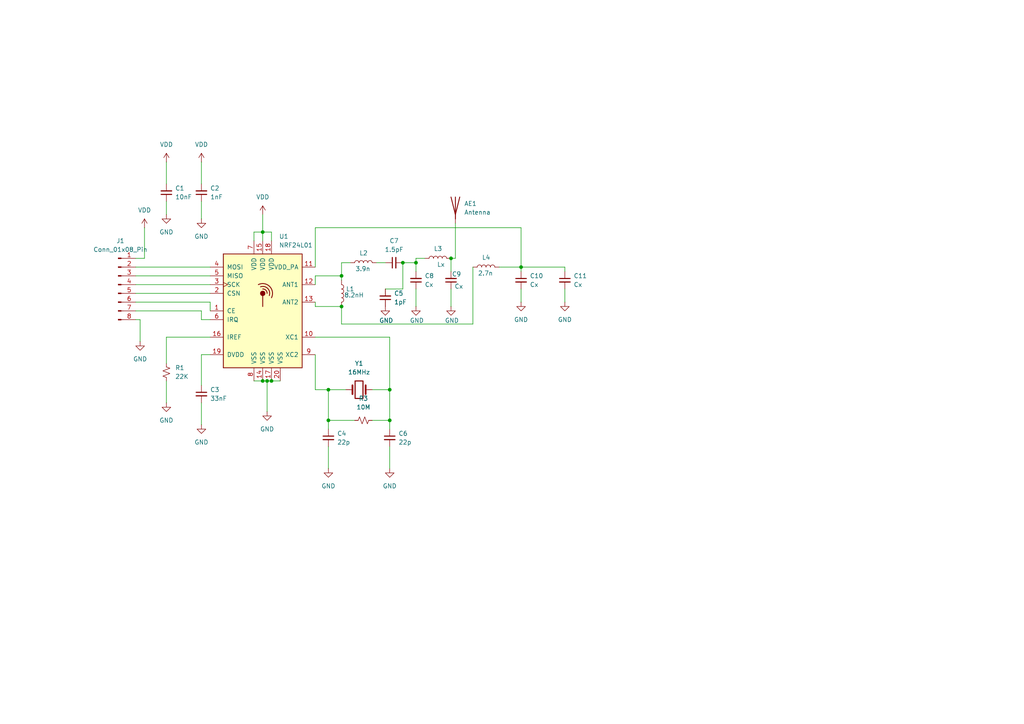
<source format=kicad_sch>
(kicad_sch (version 20231120) (generator "eeschema") (generator_version "8.0")
  (paper "A4")
  (lib_symbols
    (symbol "Connector:Conn_01x08_Pin" (pin_names (offset 1.016) hide)
      (property "Reference" "J" (at 0 10.16 0))
      (property "Value" "Conn_01x08_Pin" (at 0 -12.7 0))
      (symbol "Conn_01x08_Pin_1_1"
        (polyline (pts (xy 1.27 -10.16) (xy 0.8636 -10.16)) (stroke (width 0.1524)))
        (polyline (pts (xy 1.27 -7.62) (xy 0.8636 -7.62)) (stroke (width 0.1524)))
        (polyline (pts (xy 1.27 -5.08) (xy 0.8636 -5.08)) (stroke (width 0.1524)))
        (polyline (pts (xy 1.27 -2.54) (xy 0.8636 -2.54)) (stroke (width 0.1524)))
        (polyline (pts (xy 1.27 0) (xy 0.8636 0)) (stroke (width 0.1524)))
        (polyline (pts (xy 1.27 2.54) (xy 0.8636 2.54)) (stroke (width 0.1524)))
        (polyline (pts (xy 1.27 5.08) (xy 0.8636 5.08)) (stroke (width 0.1524)))
        (polyline (pts (xy 1.27 7.62) (xy 0.8636 7.62)) (stroke (width 0.1524)))
        (rectangle (start 0.8636 -10.033) (end 0 -10.287) (stroke (width 0.1524)) (fill (type outline)))
        (rectangle (start 0.8636 -7.493) (end 0 -7.747) (stroke (width 0.1524)) (fill (type outline)))
        (rectangle (start 0.8636 -4.953) (end 0 -5.207) (stroke (width 0.1524)) (fill (type outline)))
        (rectangle (start 0.8636 -2.413) (end 0 -2.667) (stroke (width 0.1524)) (fill (type outline)))
        (rectangle (start 0.8636 0.127) (end 0 -0.127) (stroke (width 0.1524)) (fill (type outline)))
        (rectangle (start 0.8636 2.667) (end 0 2.413) (stroke (width 0.1524)) (fill (type outline)))
        (rectangle (start 0.8636 5.207) (end 0 4.953) (stroke (width 0.1524)) (fill (type outline)))
        (rectangle (start 0.8636 7.747) (end 0 7.493) (stroke (width 0.1524)) (fill (type outline)))
        (pin passive line (at 5.08 7.62 180) (length 3.81) (name "Pin_1") (number "1"))
        (pin passive line (at 5.08 5.08 180) (length 3.81) (name "Pin_2") (number "2"))
        (pin passive line (at 5.08 2.54 180) (length 3.81) (name "Pin_3") (number "3"))
        (pin passive line (at 5.08 0 180) (length 3.81) (name "Pin_4") (number "4"))
        (pin passive line (at 5.08 -2.54 180) (length 3.81) (name "Pin_5") (number "5"))
        (pin passive line (at 5.08 -5.08 180) (length 3.81) (name "Pin_6") (number "6"))
        (pin passive line (at 5.08 -7.62 180) (length 3.81) (name "Pin_7") (number "7"))
        (pin passive line (at 5.08 -10.16 180) (length 3.81) (name "Pin_8") (number "8"))
      )
    )
    (symbol "Device:Antenna" (pin_numbers hide) (pin_names (offset 1.016) hide)
      (property "Reference" "AE" (at -1.905 1.905 0))
      (property "Value" "Antenna" (at -1.905 0 0))
      (symbol "Antenna_0_1"
        (polyline (pts (xy 0 2.54) (xy 0 -3.81)) (stroke (width 0.254)))
        (polyline (pts (xy 1.27 2.54) (xy 0 -2.54) (xy -1.27 2.54)) (stroke (width 0.254)))
      )
      (symbol "Antenna_1_1"
        (pin input line (at 0 -5.08 90) (length 2.54) (name "A") (number "1"))
      )
    )
    (symbol "Device:C_Small" (pin_numbers hide) (pin_names (offset 0.254) hide)
      (property "Reference" "C" (at 0.254 1.778 0))
      (property "Value" "C_Small" (at 0.254 -2.032 0))
      (symbol "C_Small_0_1"
        (polyline (pts (xy -1.524 -0.508) (xy 1.524 -0.508)) (stroke (width 0.3302)))
        (polyline (pts (xy -1.524 0.508) (xy 1.524 0.508)) (stroke (width 0.3048)))
      )
      (symbol "C_Small_1_1"
        (pin passive line (at 0 2.54 270) (length 2.032) (name "~") (number "1"))
        (pin passive line (at 0 -2.54 90) (length 2.032) (name "~") (number "2"))
      )
    )
    (symbol "Device:Crystal" (pin_numbers hide) (pin_names (offset 1.016) hide)
      (property "Reference" "Y" (at 0 3.81 0))
      (property "Value" "Crystal" (at 0 -3.81 0))
      (symbol "Crystal_0_1"
        (rectangle (start -1.143 2.54) (end 1.143 -2.54) (stroke (width 0.3048)))
        (polyline (pts (xy -2.54 0) (xy -1.905 0)))
        (polyline (pts (xy -1.905 -1.27) (xy -1.905 1.27)) (stroke (width 0.508)))
        (polyline (pts (xy 1.905 -1.27) (xy 1.905 1.27)) (stroke (width 0.508)))
        (polyline (pts (xy 2.54 0) (xy 1.905 0)))
      )
      (symbol "Crystal_1_1"
        (pin passive line (at -3.81 0 0) (length 1.27) (name "1") (number "1"))
        (pin passive line (at 3.81 0 180) (length 1.27) (name "2") (number "2"))
      )
    )
    (symbol "Device:L" (pin_numbers hide) (pin_names (offset 1.016) hide)
      (property "Reference" "L" (at -1.27 0 90))
      (property "Value" "L" (at 1.905 0 90))
      (symbol "L_0_1"
        (arc (start 0 -2.54) (mid 0.6323 -1.905) (end 0 -1.27))
        (arc (start 0 -1.27) (mid 0.6323 -0.635) (end 0 0))
        (arc (start 0 0) (mid 0.6323 0.635) (end 0 1.27))
        (arc (start 0 1.27) (mid 0.6323 1.905) (end 0 2.54))
      )
      (symbol "L_1_1"
        (pin passive line (at 0 3.81 270) (length 1.27) (name "1") (number "1"))
        (pin passive line (at 0 -3.81 90) (length 1.27) (name "2") (number "2"))
      )
    )
    (symbol "Device:R_Small_US" (pin_numbers hide) (pin_names (offset 0.254) hide)
      (property "Reference" "R" (at 0.762 0.508 0))
      (property "Value" "R_Small_US" (at 0.762 -1.016 0))
      (symbol "R_Small_US_1_1"
        (polyline (pts (xy 0 0) (xy 1.016 -0.381) (xy 0 -0.762) (xy -1.016 -1.143) (xy 0 -1.524)))
        (polyline (pts (xy 0 1.524) (xy 1.016 1.143) (xy 0 0.762) (xy -1.016 0.381) (xy 0 0)))
        (pin passive line (at 0 2.54 270) (length 1.016) (name "~") (number "1"))
        (pin passive line (at 0 -2.54 90) (length 1.016) (name "~") (number "2"))
      )
    )
    (symbol "RF:NRF24L01" (pin_names (offset 1.016))
      (property "Reference" "U" (at -11.43 17.78 0))
      (property "Value" "NRF24L01" (at 5.08 17.78 0))
      (symbol "NRF24L01_0_1"
        (rectangle (start -11.43 16.51) (end 11.43 -16.51) (stroke (width 0.254)) (fill (type background)))
        (polyline (pts (xy 0 4.445) (xy 0 1.27)) (stroke (width 0.254)))
        (circle (center 0 5.08) (radius 0.635) (stroke (width 0.254)) (fill (type outline)))
        (arc (start 1.27 5.08) (mid 0.9071 5.9946) (end 0 6.35) (stroke (width 0.254)))
        (arc (start 1.905 4.445) (mid 1.4313 6.5254) (end -0.635 6.985) (stroke (width 0.254)))
        (arc (start 2.54 3.81) (mid 2.008 7.088) (end -1.27 7.62) (stroke (width 0.254)))
        (rectangle (start 11.43 -13.97) (end 11.43 -13.97))
      )
      (symbol "NRF24L01_1_1"
        (pin input line (at -15.24 0 0) (length 3.81) (name "CE") (number "1"))
        (pin passive line (at 15.24 -7.62 180) (length 3.81) (name "XC1") (number "10"))
        (pin power_out line (at 15.24 12.7 180) (length 3.81) (name "VDD_PA") (number "11"))
        (pin passive line (at 15.24 7.62 180) (length 3.81) (name "ANT1") (number "12"))
        (pin passive line (at 15.24 2.54 180) (length 3.81) (name "ANT2") (number "13"))
        (pin power_in line (at 0 -20.32 90) (length 3.81) (name "VSS") (number "14"))
        (pin power_in line (at 0 20.32 270) (length 3.81) (name "VDD") (number "15"))
        (pin passive line (at -15.24 -7.62 0) (length 3.81) (name "IREF") (number "16"))
        (pin power_in line (at 2.54 -20.32 90) (length 3.81) (name "VSS") (number "17"))
        (pin power_in line (at 2.54 20.32 270) (length 3.81) (name "VDD") (number "18"))
        (pin power_out line (at -15.24 -12.7 0) (length 3.81) (name "DVDD") (number "19"))
        (pin input line (at -15.24 5.08 0) (length 3.81) (name "CSN") (number "2"))
        (pin power_in line (at 5.08 -20.32 90) (length 3.81) (name "VSS") (number "20"))
        (pin input clock (at -15.24 7.62 0) (length 3.81) (name "SCK") (number "3"))
        (pin input line (at -15.24 12.7 0) (length 3.81) (name "MOSI") (number "4"))
        (pin output line (at -15.24 10.16 0) (length 3.81) (name "MISO") (number "5"))
        (pin output line (at -15.24 -2.54 0) (length 3.81) (name "IRQ") (number "6"))
        (pin power_in line (at -2.54 20.32 270) (length 3.81) (name "VDD") (number "7"))
        (pin power_in line (at -2.54 -20.32 90) (length 3.81) (name "VSS") (number "8"))
        (pin passive line (at 15.24 -12.7 180) (length 3.81) (name "XC2") (number "9"))
      )
    )
    (symbol "power:GND" (power) (pin_numbers hide) (pin_names (offset 0) hide)
      (property "Value" "GND" (at 0 -3.81 0))
      (symbol "GND_0_1"
        (polyline (pts (xy 0 0) (xy 0 -1.27) (xy 1.27 -1.27) (xy 0 -2.54) (xy -1.27 -1.27) (xy 0 -1.27)))
      )
      (symbol "GND_1_1"
        (pin power_in line (at 0 0 270) (length 0) (name "~") (number "1"))
      )
    )
    (symbol "power:VDD" (power) (pin_numbers hide) (pin_names (offset 0) hide)
      (property "Value" "VDD" (at 0 3.556 0))
      (symbol "VDD_0_1"
        (polyline (pts (xy -0.762 1.27) (xy 0 2.54)))
        (polyline (pts (xy 0 0) (xy 0 2.54)))
        (polyline (pts (xy 0 2.54) (xy 0.762 1.27)))
      )
      (symbol "VDD_1_1"
        (pin power_in line (at 0 0 90) (length 0) (name "~") (number "1"))
      )
    )
  )
  (junction (at 120.65 76.2))
  (junction (at 113.03 113.03))
  (junction (at 77.47 110.49))
  (junction (at 99.06 80.01))
  (junction (at 113.03 121.92))
  (junction (at 130.81 74.93))
  (junction (at 76.2 67.31))
  (junction (at 151.13 77.47))
  (junction (at 95.25 121.92))
  (junction (at 76.2 110.49))
  (junction (at 95.25 113.03))
  (junction (at 78.74 110.49))
  (junction (at 116.84 76.2))
  (junction (at 99.06 88.9))
  (wire (pts (xy 73.66 110.49) (xy 76.2 110.49)))
  (wire (pts (xy 99.06 81.28) (xy 99.06 80.01)))
  (wire (pts (xy 113.03 97.79) (xy 113.03 113.03)))
  (wire (pts (xy 100.33 113.03) (xy 95.25 113.03)))
  (wire (pts (xy 48.26 97.79) (xy 60.96 97.79)))
  (wire (pts (xy 132.08 64.77) (xy 132.08 74.93)))
  (wire (pts (xy 163.83 77.47) (xy 151.13 77.47)))
  (wire (pts (xy 95.25 129.54) (xy 95.25 135.89)))
  (wire (pts (xy 78.74 69.85) (xy 78.74 67.31)))
  (wire (pts (xy 163.83 78.74) (xy 163.83 77.47)))
  (wire (pts (xy 151.13 77.47) (xy 144.78 77.47)))
  (wire (pts (xy 58.42 116.84) (xy 58.42 123.19)))
  (wire (pts (xy 130.81 83.82) (xy 130.81 88.9)))
  (wire (pts (xy 132.08 74.93) (xy 130.81 74.93)))
  (wire (pts (xy 39.37 74.93) (xy 41.91 74.93)))
  (wire (pts (xy 78.74 67.31) (xy 76.2 67.31)))
  (wire (pts (xy 137.16 93.98) (xy 99.06 93.98)))
  (wire (pts (xy 99.06 93.98) (xy 99.06 88.9)))
  (wire (pts (xy 91.44 66.04) (xy 151.13 66.04)))
  (wire (pts (xy 95.25 121.92) (xy 95.25 124.46)))
  (wire (pts (xy 91.44 80.01) (xy 91.44 82.55)))
  (wire (pts (xy 48.26 58.42) (xy 48.26 62.23)))
  (wire (pts (xy 111.76 83.82) (xy 116.84 83.82)))
  (wire (pts (xy 41.91 66.04) (xy 41.91 74.93)))
  (wire (pts (xy 76.2 110.49) (xy 77.47 110.49)))
  (wire (pts (xy 113.03 121.92) (xy 107.95 121.92)))
  (wire (pts (xy 58.42 92.71) (xy 58.42 90.17)))
  (wire (pts (xy 109.22 76.2) (xy 111.76 76.2)))
  (wire (pts (xy 137.16 77.47) (xy 137.16 93.98)))
  (wire (pts (xy 91.44 77.47) (xy 91.44 66.04)))
  (wire (pts (xy 39.37 85.09) (xy 60.96 85.09)))
  (wire (pts (xy 40.64 99.06) (xy 40.64 92.71)))
  (wire (pts (xy 39.37 80.01) (xy 60.96 80.01)))
  (wire (pts (xy 58.42 102.87) (xy 60.96 102.87)))
  (wire (pts (xy 39.37 82.55) (xy 60.96 82.55)))
  (wire (pts (xy 78.74 110.49) (xy 81.28 110.49)))
  (wire (pts (xy 77.47 110.49) (xy 78.74 110.49)))
  (wire (pts (xy 120.65 76.2) (xy 120.65 78.74)))
  (wire (pts (xy 99.06 80.01) (xy 91.44 80.01)))
  (wire (pts (xy 101.6 76.2) (xy 99.06 76.2)))
  (wire (pts (xy 113.03 113.03) (xy 113.03 121.92)))
  (wire (pts (xy 91.44 87.63) (xy 91.44 88.9)))
  (wire (pts (xy 39.37 87.63) (xy 60.96 87.63)))
  (wire (pts (xy 102.87 121.92) (xy 95.25 121.92)))
  (wire (pts (xy 58.42 111.76) (xy 58.42 102.87)))
  (wire (pts (xy 73.66 69.85) (xy 73.66 67.31)))
  (wire (pts (xy 120.65 74.93) (xy 123.19 74.93)))
  (wire (pts (xy 151.13 77.47) (xy 151.13 78.74)))
  (wire (pts (xy 48.26 46.99) (xy 48.26 53.34)))
  (wire (pts (xy 58.42 53.34) (xy 58.42 46.99)))
  (wire (pts (xy 95.25 113.03) (xy 95.25 121.92)))
  (wire (pts (xy 76.2 67.31) (xy 76.2 69.85)))
  (wire (pts (xy 151.13 83.82) (xy 151.13 87.63)))
  (wire (pts (xy 91.44 97.79) (xy 113.03 97.79)))
  (wire (pts (xy 151.13 66.04) (xy 151.13 77.47)))
  (wire (pts (xy 58.42 58.42) (xy 58.42 63.5)))
  (wire (pts (xy 40.64 92.71) (xy 39.37 92.71)))
  (wire (pts (xy 130.81 74.93) (xy 130.81 78.74)))
  (wire (pts (xy 116.84 76.2) (xy 116.84 83.82)))
  (wire (pts (xy 91.44 113.03) (xy 95.25 113.03)))
  (wire (pts (xy 60.96 87.63) (xy 60.96 90.17)))
  (wire (pts (xy 120.65 74.93) (xy 120.65 76.2)))
  (wire (pts (xy 107.95 113.03) (xy 113.03 113.03)))
  (wire (pts (xy 120.65 83.82) (xy 120.65 88.9)))
  (wire (pts (xy 91.44 102.87) (xy 91.44 113.03)))
  (wire (pts (xy 113.03 124.46) (xy 113.03 121.92)))
  (wire (pts (xy 39.37 77.47) (xy 60.96 77.47)))
  (wire (pts (xy 113.03 129.54) (xy 113.03 135.89)))
  (wire (pts (xy 48.26 110.49) (xy 48.26 116.84)))
  (wire (pts (xy 48.26 105.41) (xy 48.26 97.79)))
  (wire (pts (xy 60.96 92.71) (xy 58.42 92.71)))
  (wire (pts (xy 91.44 88.9) (xy 99.06 88.9)))
  (wire (pts (xy 73.66 67.31) (xy 76.2 67.31)))
  (wire (pts (xy 58.42 90.17) (xy 39.37 90.17)))
  (wire (pts (xy 163.83 83.82) (xy 163.83 87.63)))
  (wire (pts (xy 76.2 62.23) (xy 76.2 67.31)))
  (wire (pts (xy 77.47 110.49) (xy 77.47 119.38)))
  (wire (pts (xy 120.65 76.2) (xy 116.84 76.2)))
  (wire (pts (xy 99.06 76.2) (xy 99.06 80.01)))
  (symbol (lib_id "power:GND") (at 151.13 87.63 0) (unit 1)
    (property "Reference" "#PWR016" (effects (hide yes)))
    (property "Value" "GND" (at 151.13 92.71 0))
    (property "Description" "Power symbol creates a global label with name \"GND\" , ground" (effects (hide yes)))
  )
  (symbol (lib_id "Device:C_Small") (at 95.25 127 0) (unit 1)
    (property "Reference" "C4" (at 97.79 125.7362 0) (effects (justify left)))
    (property "Value" "22p" (at 97.79 128.2762 0) (effects (justify left)))
    (property "Footprint" "Capacitor_SMD:C_0402_1005Metric" (effects (hide yes)))
    (property "Description" "Unpolarized capacitor, small symbol" (effects (hide yes)))
  )
  (symbol (lib_id "Device:C_Small") (at 113.03 127 0) (unit 1)
    (property "Reference" "C6" (at 115.57 125.7362 0) (effects (justify left)))
    (property "Value" "22p" (at 115.57 128.2762 0) (effects (justify left)))
    (property "Footprint" "Capacitor_SMD:C_0402_1005Metric" (effects (hide yes)))
    (property "Description" "Unpolarized capacitor, small symbol" (effects (hide yes)))
  )
  (symbol (lib_id "Device:C_Small") (at 163.83 81.28 0) (unit 1)
    (property "Reference" "C11" (at 166.37 80.0162 0) (effects (justify left)))
    (property "Value" "Cx" (at 166.37 82.5562 0) (effects (justify left)))
    (property "Footprint" "Capacitor_SMD:C_0402_1005Metric" (effects (hide yes)))
    (property "Description" "Unpolarized capacitor, small symbol" (effects (hide yes)))
  )
  (symbol (lib_id "Device:C_Small") (at 130.81 81.28 180) (unit 1)
    (property "Reference" "C9" (at 131.064 79.502 0) (effects (justify right)))
    (property "Value" "Cx" (at 131.826 83.058 0) (effects (justify right)))
    (property "Footprint" "Capacitor_SMD:C_0402_1005Metric" (effects (hide yes)))
    (property "Description" "Unpolarized capacitor, small symbol" (effects (hide yes)))
  )
  (symbol (lib_id "Device:C_Small") (at 58.42 55.88 180) (unit 1)
    (property "Reference" "C2" (at 60.96 54.6035 0) (effects (justify right)))
    (property "Value" "1nF" (at 60.96 57.1435 0) (effects (justify right)))
    (property "Footprint" "Capacitor_SMD:C_0402_1005Metric" (effects (hide yes)))
    (property "Description" "Unpolarized capacitor, small symbol" (effects (hide yes)))
  )
  (symbol (lib_id "Device:C_Small") (at 151.13 81.28 0) (unit 1)
    (property "Reference" "C10" (at 153.67 80.0162 0) (effects (justify left)))
    (property "Value" "Cx" (at 153.67 82.5562 0) (effects (justify left)))
    (property "Footprint" "Capacitor_SMD:C_0402_1005Metric" (effects (hide yes)))
    (property "Description" "Unpolarized capacitor, small symbol" (effects (hide yes)))
  )
  (symbol (lib_id "Device:R_Small_US") (at 105.41 121.92 90) (unit 1)
    (property "Reference" "R3" (at 105.41 115.57 90))
    (property "Value" "10M" (at 105.41 118.11 90))
    (property "Footprint" "Resistor_SMD:R_0402_1005Metric" (effects (hide yes)))
    (property "Description" "Resistor, small US symbol" (effects (hide yes)))
  )
  (symbol (lib_id "power:GND") (at 113.03 135.89 0) (unit 1)
    (property "Reference" "#PWR013" (effects (hide yes)))
    (property "Value" "GND" (at 113.03 140.97 0))
    (property "Description" "Power symbol creates a global label with name \"GND\" , ground" (effects (hide yes)))
  )
  (symbol (lib_id "Device:C_Small") (at 48.26 55.88 180) (unit 1)
    (property "Reference" "C1" (at 50.8 54.6035 0) (effects (justify right)))
    (property "Value" "10nF" (at 50.8 57.1435 0) (effects (justify right)))
    (property "Footprint" "Capacitor_SMD:C_0402_1005Metric" (effects (hide yes)))
    (property "Description" "Unpolarized capacitor, small symbol" (effects (hide yes)))
  )
  (symbol (lib_id "Device:Crystal") (at 104.14 113.03 0) (unit 1)
    (property "Reference" "Y1" (at 104.14 105.41 0))
    (property "Value" "16MHz" (at 104.14 107.95 0))
    (property "Footprint" "Crystal:Crystal_SMD_3215-2Pin_3.2x1.5mm" (effects (hide yes)))
    (property "Description" "Two pin crystal" (effects (hide yes)))
  )
  (symbol (lib_id "power:GND") (at 58.42 123.19 0) (unit 1)
    (property "Reference" "#PWR08" (effects (hide yes)))
    (property "Value" "GND" (at 58.42 128.27 0))
    (property "Description" "Power symbol creates a global label with name \"GND\" , ground" (effects (hide yes)))
  )
  (symbol (lib_id "power:VDD") (at 76.2 62.23 0) (unit 1)
    (property "Reference" "#PWR09" (effects (hide yes)))
    (property "Value" "VDD" (at 76.2 57.15 0))
    (property "Description" "Power symbol creates a global label with name \"VDD\"" (effects (hide yes)))
  )
  (symbol (lib_id "power:GND") (at 130.81 88.9 0) (unit 1)
    (property "Reference" "#PWR015" (effects (hide yes)))
    (property "Value" "GND" (at 131.064 92.964 0))
    (property "Description" "Power symbol creates a global label with name \"GND\" , ground" (effects (hide yes)))
  )
  (symbol (lib_id "Connector:Conn_01x08_Pin") (at 34.29 82.55 0) (unit 1)
    (property "Reference" "J1" (at 34.925 69.85 0))
    (property "Value" "Conn_01x08_Pin" (at 34.925 72.39 0))
    (property "Footprint" "Connector_Hirose:Hirose_DF13-08P-1.25DSA_1x08_P1.25mm_Vertical" (effects (hide yes)))
    (property "Description" "Generic connector, single row, 01x08, script generated" (effects (hide yes)))
  )
  (symbol (lib_id "Device:L") (at 105.41 76.2 90) (unit 1)
    (property "Reference" "L2" (at 106.68 73.406 90) (effects (justify left)))
    (property "Value" "3.9n" (at 107.442 77.978 90) (effects (justify left)))
    (property "Footprint" "Inductor_SMD:L_0402_1005Metric" (effects (hide yes)))
    (property "Description" "Inductor" (effects (hide yes)))
  )
  (symbol (lib_id "power:GND") (at 48.26 62.23 0) (unit 1)
    (property "Reference" "#PWR04" (effects (hide yes)))
    (property "Value" "GND" (at 48.26 67.31 0))
    (property "Description" "Power symbol creates a global label with name \"GND\" , ground" (effects (hide yes)))
  )
  (symbol (lib_id "Device:C_Small") (at 114.3 76.2 90) (unit 1)
    (property "Reference" "C7" (at 114.3063 69.85 90))
    (property "Value" "1.5pF" (at 114.3063 72.39 90))
    (property "Footprint" "Capacitor_SMD:C_0402_1005Metric" (effects (hide yes)))
    (property "Description" "Unpolarized capacitor, small symbol" (effects (hide yes)))
  )
  (symbol (lib_id "power:GND") (at 58.42 63.5 0) (unit 1)
    (property "Reference" "#PWR07" (effects (hide yes)))
    (property "Value" "GND" (at 58.42 68.58 0))
    (property "Description" "Power symbol creates a global label with name \"GND\" , ground" (effects (hide yes)))
  )
  (symbol (lib_id "Device:Antenna") (at 132.08 59.69 0) (unit 1)
    (property "Reference" "AE1" (at 134.62 59.0549 0) (effects (justify left)))
    (property "Value" "Antenna" (at 134.62 61.5949 0) (effects (justify left)))
    (property "Footprint" "RF_Antenna:Texas_SWRA117D_2.4GHz_Right" (effects (hide yes)))
    (property "Description" "Antenna" (effects (hide yes)))
  )
  (symbol (lib_id "power:GND") (at 95.25 135.89 0) (unit 1)
    (property "Reference" "#PWR011" (effects (hide yes)))
    (property "Value" "GND" (at 95.25 140.97 0))
    (property "Description" "Power symbol creates a global label with name \"GND\" , ground" (effects (hide yes)))
  )
  (symbol (lib_id "Device:C_Small") (at 120.65 81.28 180) (unit 1)
    (property "Reference" "C8" (at 123.19 80.0035 0) (effects (justify right)))
    (property "Value" "Cx" (at 123.19 82.5435 0) (effects (justify right)))
    (property "Footprint" "Capacitor_SMD:C_0402_1005Metric" (effects (hide yes)))
    (property "Description" "Unpolarized capacitor, small symbol" (effects (hide yes)))
  )
  (symbol (lib_id "power:GND") (at 40.64 99.06 0) (unit 1)
    (property "Reference" "#PWR01" (effects (hide yes)))
    (property "Value" "GND" (at 40.64 104.14 0))
    (property "Description" "Power symbol creates a global label with name \"GND\" , ground" (effects (hide yes)))
  )
  (symbol (lib_id "RF:NRF24L01") (at 76.2 90.17 0) (unit 1)
    (property "Reference" "U1" (at 80.9341 68.58 0) (effects (justify left)))
    (property "Value" "NRF24L01" (at 80.9341 71.12 0) (effects (justify left)))
    (property "Footprint" "Package_DFN_QFN:QFN-20-1EP_4x4mm_P0.5mm_EP2.5x2.5mm" (effects (hide yes)))
    (property "Datasheet" "http://www.nordicsemi.com/eng/content/download/2730/34105/file/nRF24L01_Product_Specification_v2_0.pdf" (effects (hide yes)))
    (property "Description" "Ultra low power 2.4GHz RF Transceiver, QFN-20" (effects (hide yes)))
  )
  (symbol (lib_id "power:VDD") (at 58.42 46.99 0) (unit 1)
    (property "Reference" "#PWR06" (effects (hide yes)))
    (property "Value" "VDD" (at 58.42 41.91 0))
    (property "Description" "Power symbol creates a global label with name \"VDD\"" (effects (hide yes)))
  )
  (symbol (lib_id "Device:R_Small_US") (at 48.26 107.95 0) (unit 1)
    (property "Reference" "R1" (at 50.8 106.6799 0) (effects (justify left)))
    (property "Value" "22K" (at 50.8 109.2199 0) (effects (justify left)))
    (property "Footprint" "Resistor_SMD:R_0402_1005Metric" (effects (hide yes)))
    (property "Description" "Resistor, small US symbol" (effects (hide yes)))
  )
  (symbol (lib_id "power:GND") (at 163.83 87.63 0) (unit 1)
    (property "Reference" "#PWR017" (effects (hide yes)))
    (property "Value" "GND" (at 163.83 92.71 0))
    (property "Description" "Power symbol creates a global label with name \"GND\" , ground" (effects (hide yes)))
  )
  (symbol (lib_id "power:VDD") (at 48.26 46.99 0) (unit 1)
    (property "Reference" "#PWR03" (effects (hide yes)))
    (property "Value" "VDD" (at 48.26 41.91 0))
    (property "Description" "Power symbol creates a global label with name \"VDD\"" (effects (hide yes)))
  )
  (symbol (lib_id "power:VDD") (at 41.91 66.04 0) (unit 1)
    (property "Reference" "#PWR02" (effects (hide yes)))
    (property "Value" "VDD" (at 41.91 60.96 0))
    (property "Description" "Power symbol creates a global label with name \"VDD\"" (effects (hide yes)))
  )
  (symbol (lib_id "Device:C_Small") (at 58.42 114.3 0) (unit 1)
    (property "Reference" "C3" (at 60.96 113.0362 0) (effects (justify left)))
    (property "Value" "33nF" (at 60.96 115.5762 0) (effects (justify left)))
    (property "Footprint" "Capacitor_SMD:C_0402_1005Metric" (effects (hide yes)))
    (property "Description" "Unpolarized capacitor, small symbol" (effects (hide yes)))
  )
  (symbol (lib_id "power:GND") (at 77.47 119.38 0) (unit 1)
    (property "Reference" "#PWR010" (effects (hide yes)))
    (property "Value" "GND" (at 77.47 124.46 0))
    (property "Description" "Power symbol creates a global label with name \"GND\" , ground" (effects (hide yes)))
  )
  (symbol (lib_id "power:GND") (at 120.65 88.9 0) (unit 1)
    (property "Reference" "#PWR014" (effects (hide yes)))
    (property "Value" "GND" (at 120.904 92.964 0))
    (property "Description" "Power symbol creates a global label with name \"GND\" , ground" (effects (hide yes)))
  )
  (symbol (lib_id "Device:L") (at 99.06 85.09 0) (unit 1)
    (property "Reference" "L1" (at 100.33 83.8199 0) (effects (justify left)))
    (property "Value" "8.2nH" (at 99.822 85.598 0) (effects (justify left)))
    (property "Footprint" "Inductor_SMD:L_0402_1005Metric" (effects (hide yes)))
    (property "Description" "Inductor" (effects (hide yes)))
  )
  (symbol (lib_id "power:GND") (at 111.76 88.9 0) (unit 1)
    (property "Reference" "#PWR012" (effects (hide yes)))
    (property "Value" "GND" (at 112.014 92.964 0))
    (property "Description" "Power symbol creates a global label with name \"GND\" , ground" (effects (hide yes)))
  )
  (symbol (lib_id "power:GND") (at 48.26 116.84 0) (unit 1)
    (property "Reference" "#PWR05" (effects (hide yes)))
    (property "Value" "GND" (at 48.26 121.92 0))
    (property "Description" "Power symbol creates a global label with name \"GND\" , ground" (effects (hide yes)))
  )
  (symbol (lib_id "Device:L") (at 140.97 77.47 90) (unit 1)
    (property "Reference" "L4" (at 142.24 74.676 90) (effects (justify left)))
    (property "Value" "2.7n" (at 143.002 79.248 90) (effects (justify left)))
    (property "Footprint" "Inductor_SMD:L_0402_1005Metric" (effects (hide yes)))
    (property "Description" "Inductor" (effects (hide yes)))
  )
  (symbol (lib_id "Device:C_Small") (at 111.76 86.36 180) (unit 1)
    (property "Reference" "C5" (at 114.3 85.0835 0) (effects (justify right)))
    (property "Value" "1pF" (at 114.3 87.6235 0) (effects (justify right)))
    (property "Footprint" "Capacitor_SMD:C_0402_1005Metric" (effects (hide yes)))
    (property "Description" "Unpolarized capacitor, small symbol" (effects (hide yes)))
  )
  (symbol (lib_id "Device:L") (at 127 74.93 90) (unit 1)
    (property "Reference" "L3" (at 128.27 72.136 90) (effects (justify left)))
    (property "Value" "Lx" (at 129.032 76.708 90) (effects (justify left)))
    (property "Footprint" "Inductor_SMD:L_0402_1005Metric" (effects (hide yes)))
    (property "Description" "Inductor" (effects (hide yes)))
  )
)
</source>
